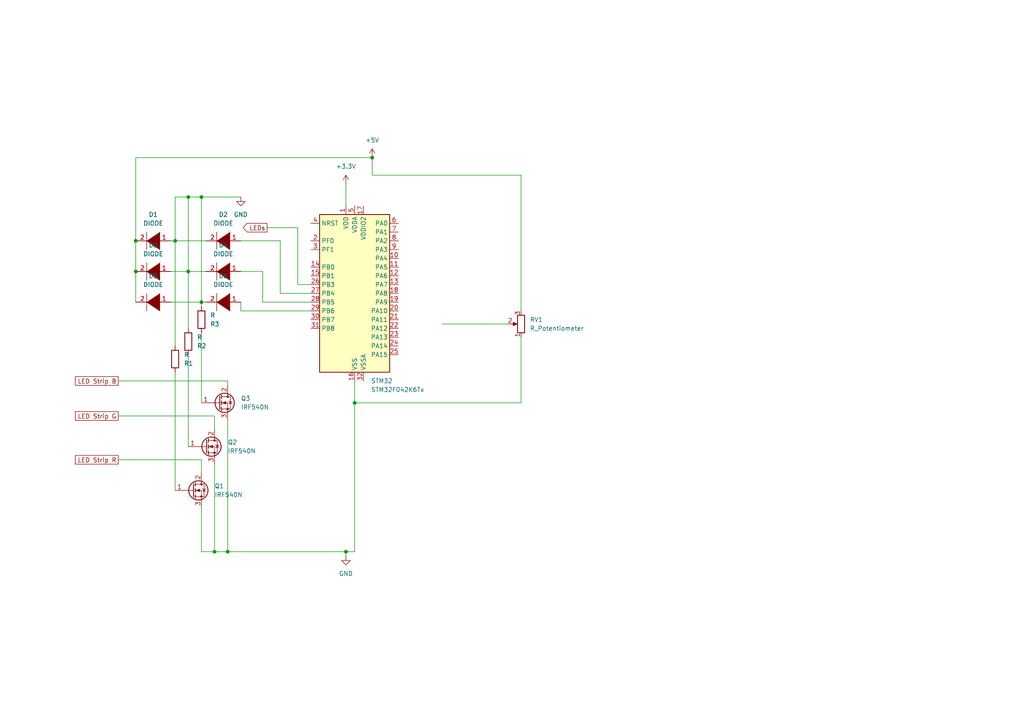
<source format=kicad_sch>
(kicad_sch (version 20230121) (generator eeschema)
  (paper "A4")
  (lib_symbols
    (symbol "Device:R" (pin_numbers hide) (pin_names (offset 0))
      (property "Reference" "R" (at 2.032 0 90))
      (property "Value" "R" (at 0 0 90))
      (symbol "R_0_1"
        (rectangle (start -1.016 -2.54) (end 1.016 2.54) (stroke (width 0.254)))
      )
      (symbol "R_1_1"
        (pin passive line (at 0 3.81 270) (length 1.27) (name "~") (number "1"))
        (pin passive line (at 0 -3.81 90) (length 1.27) (name "~") (number "2"))
      )
    )
    (symbol "Device:R_Potentiometer" (pin_names (offset 1.016) hide)
      (property "Reference" "RV" (at -4.445 0 90))
      (property "Value" "R_Potentiometer" (at -2.54 0 90))
      (symbol "R_Potentiometer_0_1"
        (polyline (pts (xy 2.54 0) (xy 1.524 0)))
        (polyline (pts (xy 1.143 0) (xy 2.286 0.508) (xy 2.286 -0.508) (xy 1.143 0)) (fill (type outline)))
        (rectangle (start 1.016 2.54) (end -1.016 -2.54) (stroke (width 0.254)))
      )
      (symbol "R_Potentiometer_1_1"
        (pin passive line (at 0 3.81 270) (length 1.27) (name "1") (number "1"))
        (pin passive line (at 3.81 0 180) (length 1.27) (name "2") (number "2"))
        (pin passive line (at 0 -3.81 90) (length 1.27) (name "3") (number "3"))
      )
    )
    (symbol "MCU_ST_STM32F0:STM32F042K6Tx"
      (property "Reference" "U" (at -10.16 24.13 0))
      (property "Value" "STM32F042K6Tx" (at 5.08 24.13 0))
      (symbol "STM32F042K6Tx_0_1"
        (rectangle (start -10.16 -22.86) (end 10.16 22.86) (stroke (width 0.254)) (fill (type background)))
      )
      (symbol "STM32F042K6Tx_1_1"
        (pin power_in line (at -2.54 25.4 270) (length 2.54) (name "VDD") (number "1"))
        (pin bidirectional line (at 12.7 10.16 180) (length 2.54) (name "PA4") (number "10"))
        (pin bidirectional line (at 12.7 7.62 180) (length 2.54) (name "PA5") (number "11"))
        (pin bidirectional line (at 12.7 5.08 180) (length 2.54) (name "PA6") (number "12"))
        (pin bidirectional line (at 12.7 2.54 180) (length 2.54) (name "PA7") (number "13"))
        (pin bidirectional line (at -12.7 7.62 0) (length 2.54) (name "PB0") (number "14"))
        (pin bidirectional line (at -12.7 5.08 0) (length 2.54) (name "PB1") (number "15"))
        (pin power_in line (at 0 -25.4 90) (length 2.54) (name "VSS") (number "16"))
        (pin power_in line (at 2.54 25.4 270) (length 2.54) (name "VDDIO2") (number "17"))
        (pin bidirectional line (at 12.7 0 180) (length 2.54) (name "PA8") (number "18"))
        (pin bidirectional line (at 12.7 -2.54 180) (length 2.54) (name "PA9") (number "19"))
        (pin bidirectional line (at -12.7 15.24 0) (length 2.54) (name "PF0") (number "2"))
        (pin bidirectional line (at 12.7 -5.08 180) (length 2.54) (name "PA10") (number "20"))
        (pin bidirectional line (at 12.7 -7.62 180) (length 2.54) (name "PA11") (number "21"))
        (pin bidirectional line (at 12.7 -10.16 180) (length 2.54) (name "PA12") (number "22"))
        (pin bidirectional line (at 12.7 -12.7 180) (length 2.54) (name "PA13") (number "23"))
        (pin bidirectional line (at 12.7 -15.24 180) (length 2.54) (name "PA14") (number "24"))
        (pin bidirectional line (at 12.7 -17.78 180) (length 2.54) (name "PA15") (number "25"))
        (pin bidirectional line (at -12.7 2.54 0) (length 2.54) (name "PB3") (number "26"))
        (pin bidirectional line (at -12.7 0 0) (length 2.54) (name "PB4") (number "27"))
        (pin bidirectional line (at -12.7 -2.54 0) (length 2.54) (name "PB5") (number "28"))
        (pin bidirectional line (at -12.7 -5.08 0) (length 2.54) (name "PB6") (number "29"))
        (pin bidirectional line (at -12.7 12.7 0) (length 2.54) (name "PF1") (number "3"))
        (pin bidirectional line (at -12.7 -7.62 0) (length 2.54) (name "PB7") (number "30"))
        (pin bidirectional line (at -12.7 -10.16 0) (length 2.54) (name "PB8") (number "31"))
        (pin power_in line (at 2.54 -25.4 90) (length 2.54) (name "VSSA") (number "32"))
        (pin input line (at -12.7 20.32 0) (length 2.54) (name "NRST") (number "4"))
        (pin power_in line (at 0 25.4 270) (length 2.54) (name "VDDA") (number "5"))
        (pin bidirectional line (at 12.7 20.32 180) (length 2.54) (name "PA0") (number "6"))
        (pin bidirectional line (at 12.7 17.78 180) (length 2.54) (name "PA1") (number "7"))
        (pin bidirectional line (at 12.7 15.24 180) (length 2.54) (name "PA2") (number "8"))
        (pin bidirectional line (at 12.7 12.7 180) (length 2.54) (name "PA3") (number "9"))
      )
    )
    (symbol "Transistor_FET:IRF540N" (pin_names hide)
      (property "Reference" "Q" (at 6.35 1.905 0))
      (property "Value" "IRF540N" (at 6.35 0 0))
      (symbol "IRF540N_0_1"
        (polyline (pts (xy 0.254 0) (xy -2.54 0)))
        (polyline (pts (xy 0.254 1.905) (xy 0.254 -1.905)) (stroke (width 0.254)))
        (polyline (pts (xy 0.762 -1.27) (xy 0.762 -2.286)) (stroke (width 0.254)))
        (polyline (pts (xy 0.762 0.508) (xy 0.762 -0.508)) (stroke (width 0.254)))
        (polyline (pts (xy 0.762 2.286) (xy 0.762 1.27)) (stroke (width 0.254)))
        (polyline (pts (xy 2.54 2.54) (xy 2.54 1.778)))
        (polyline (pts (xy 2.54 -2.54) (xy 2.54 0) (xy 0.762 0)))
        (polyline (pts (xy 0.762 -1.778) (xy 3.302 -1.778) (xy 3.302 1.778) (xy 0.762 1.778)))
        (polyline (pts (xy 1.016 0) (xy 2.032 0.381) (xy 2.032 -0.381) (xy 1.016 0)) (fill (type outline)))
        (polyline (pts (xy 2.794 0.508) (xy 2.921 0.381) (xy 3.683 0.381) (xy 3.81 0.254)))
        (polyline (pts (xy 3.302 0.381) (xy 2.921 -0.254) (xy 3.683 -0.254) (xy 3.302 0.381)))
        (circle (center 1.651 0) (radius 2.794) (stroke (width 0.254)))
        (circle (center 2.54 -1.778) (radius 0.254) (fill (type outline)))
        (circle (center 2.54 1.778) (radius 0.254) (fill (type outline)))
      )
      (symbol "IRF540N_1_1"
        (pin input line (at -5.08 0 0) (length 2.54) (name "G") (number "1"))
        (pin passive line (at 2.54 5.08 270) (length 2.54) (name "D") (number "2"))
        (pin passive line (at 2.54 -5.08 90) (length 2.54) (name "S") (number "3"))
      )
    )
    (symbol "power:+3.3V" (power) (pin_names (offset 0))
      (property "Value" "+3.3V" (at 0 3.556 0))
      (symbol "+3.3V_0_1"
        (polyline (pts (xy -0.762 1.27) (xy 0 2.54)))
        (polyline (pts (xy 0 0) (xy 0 2.54)))
        (polyline (pts (xy 0 2.54) (xy 0.762 1.27)))
      )
      (symbol "+3.3V_1_1"
        (pin power_in line (at 0 0 90) (length 0) hide (name "+3.3V") (number "1"))
      )
    )
    (symbol "power:+5V" (power) (pin_names (offset 0))
      (property "Value" "+5V" (at 0 3.556 0))
      (symbol "+5V_0_1"
        (polyline (pts (xy -0.762 1.27) (xy 0 2.54)))
        (polyline (pts (xy 0 0) (xy 0 2.54)))
        (polyline (pts (xy 0 2.54) (xy 0.762 1.27)))
      )
      (symbol "+5V_1_1"
        (pin power_in line (at 0 0 90) (length 0) hide (name "+5V") (number "1"))
      )
    )
    (symbol "power:GND" (power) (pin_names (offset 0))
      (property "Value" "GND" (at 0 -3.81 0))
      (symbol "GND_0_1"
        (polyline (pts (xy 0 0) (xy 0 -1.27) (xy 1.27 -1.27) (xy 0 -2.54) (xy -1.27 -1.27) (xy 0 -1.27)))
      )
      (symbol "GND_1_1"
        (pin power_in line (at 0 0 270) (length 0) hide (name "GND") (number "1"))
      )
    )
    (symbol "pspice:DIODE" (pin_names (offset 1.016) hide)
      (property "Reference" "D" (at 0 3.81 0))
      (property "Value" "DIODE" (at 0 -4.445 0))
      (symbol "DIODE_0_1"
        (polyline (pts (xy 1.905 2.54) (xy 1.905 -2.54)))
        (polyline (pts (xy -1.905 2.54) (xy -1.905 -2.54) (xy 1.905 0)) (fill (type outline)))
      )
      (symbol "DIODE_1_1"
        (pin input line (at -5.08 0 0) (length 3.81) (name "K") (number "1"))
        (pin input line (at 5.08 0 180) (length 3.81) (name "A") (number "2"))
      )
    )
  )
  (junction (at 39.37 78.74))
  (junction (at 39.37 69.85))
  (junction (at 107.95 45.72))
  (junction (at 50.8 69.85))
  (junction (at 100.33 160.02))
  (junction (at 66.04 160.02))
  (junction (at 102.87 116.84))
  (junction (at 58.42 57.15))
  (junction (at 58.42 87.63))
  (junction (at 54.61 57.15))
  (junction (at 62.23 160.02))
  (junction (at 54.61 78.74))
  (wire (pts (xy 102.87 116.84) (xy 151.13 116.84)))
  (wire (pts (xy 81.28 85.09) (xy 90.17 85.09)))
  (wire (pts (xy 50.8 69.85) (xy 50.8 57.15)))
  (wire (pts (xy 49.53 78.74) (xy 54.61 78.74)))
  (wire (pts (xy 107.95 45.72) (xy 107.95 50.8)))
  (wire (pts (xy 39.37 45.72) (xy 107.95 45.72)))
  (wire (pts (xy 34.29 110.49) (xy 66.04 110.49)))
  (wire (pts (xy 81.28 69.85) (xy 81.28 85.09)))
  (wire (pts (xy 50.8 107.95) (xy 50.8 142.24)))
  (wire (pts (xy 77.47 66.04) (xy 86.36 66.04)))
  (wire (pts (xy 66.04 160.02) (xy 100.33 160.02)))
  (wire (pts (xy 50.8 69.85) (xy 59.69 69.85)))
  (wire (pts (xy 86.36 82.55) (xy 90.17 82.55)))
  (wire (pts (xy 76.2 78.74) (xy 76.2 87.63)))
  (wire (pts (xy 69.85 87.63) (xy 69.85 90.17)))
  (wire (pts (xy 54.61 78.74) (xy 54.61 95.25)))
  (wire (pts (xy 128.27 93.98) (xy 147.32 93.98)))
  (wire (pts (xy 102.87 116.84) (xy 102.87 160.02)))
  (wire (pts (xy 34.29 133.35) (xy 58.42 133.35)))
  (wire (pts (xy 58.42 87.63) (xy 58.42 88.9)))
  (wire (pts (xy 151.13 116.84) (xy 151.13 97.79)))
  (wire (pts (xy 58.42 133.35) (xy 58.42 137.16)))
  (wire (pts (xy 86.36 66.04) (xy 86.36 82.55)))
  (wire (pts (xy 62.23 160.02) (xy 66.04 160.02)))
  (wire (pts (xy 69.85 57.15) (xy 58.42 57.15)))
  (wire (pts (xy 69.85 78.74) (xy 76.2 78.74)))
  (wire (pts (xy 50.8 69.85) (xy 50.8 100.33)))
  (wire (pts (xy 69.85 90.17) (xy 90.17 90.17)))
  (wire (pts (xy 107.95 50.8) (xy 151.13 50.8)))
  (wire (pts (xy 58.42 147.32) (xy 58.42 160.02)))
  (wire (pts (xy 102.87 110.49) (xy 102.87 116.84)))
  (wire (pts (xy 69.85 69.85) (xy 81.28 69.85)))
  (wire (pts (xy 49.53 87.63) (xy 58.42 87.63)))
  (wire (pts (xy 151.13 50.8) (xy 151.13 90.17)))
  (wire (pts (xy 58.42 96.52) (xy 58.42 116.84)))
  (wire (pts (xy 58.42 57.15) (xy 58.42 87.63)))
  (wire (pts (xy 62.23 134.62) (xy 62.23 160.02)))
  (wire (pts (xy 76.2 87.63) (xy 90.17 87.63)))
  (wire (pts (xy 66.04 121.92) (xy 66.04 160.02)))
  (wire (pts (xy 62.23 120.65) (xy 62.23 124.46)))
  (wire (pts (xy 54.61 102.87) (xy 54.61 129.54)))
  (wire (pts (xy 39.37 87.63) (xy 39.37 78.74)))
  (wire (pts (xy 100.33 160.02) (xy 100.33 161.29)))
  (wire (pts (xy 100.33 53.34) (xy 100.33 59.69)))
  (wire (pts (xy 54.61 78.74) (xy 54.61 57.15)))
  (wire (pts (xy 54.61 78.74) (xy 59.69 78.74)))
  (wire (pts (xy 100.33 160.02) (xy 102.87 160.02)))
  (wire (pts (xy 39.37 78.74) (xy 39.37 69.85)))
  (wire (pts (xy 50.8 57.15) (xy 54.61 57.15)))
  (wire (pts (xy 58.42 87.63) (xy 59.69 87.63)))
  (wire (pts (xy 54.61 57.15) (xy 58.42 57.15)))
  (wire (pts (xy 34.29 120.65) (xy 62.23 120.65)))
  (wire (pts (xy 39.37 69.85) (xy 39.37 45.72)))
  (wire (pts (xy 58.42 160.02) (xy 62.23 160.02)))
  (wire (pts (xy 66.04 110.49) (xy 66.04 111.76)))
  (wire (pts (xy 49.53 69.85) (xy 50.8 69.85)))
  (global_label "LED Strip B" (shape passive) (at 34.29 110.49 180) (property "Intersheetrefs" "${INTERSHEET_REFS}" (effects hide)) (property "Références Inter-Feuilles" "${INTERSHEET_REFS}" (effects hide)))
  (global_label "LED Strip G" (shape passive) (at 34.29 120.65 180) (property "Intersheetrefs" "${INTERSHEET_REFS}" (effects hide)) (property "Références Inter-Feuilles" "${INTERSHEET_REFS}" (effects hide)))
  (global_label "LEDs" (shape output) (at 77.47 66.04 180) (property "Intersheetrefs" "${INTERSHEET_REFS}" (effects hide)) (property "Références Inter-Feuilles" "${INTERSHEET_REFS}" (effects hide)))
  (global_label "LED Strip R" (shape passive) (at 34.29 133.35 180) (property "Intersheetrefs" "${INTERSHEET_REFS}" (effects hide)) (property "Références Inter-Feuilles" "${INTERSHEET_REFS}" (effects hide)))
  (symbol (lib_id "Device:R") (at 58.42 92.71 0) (mirror x) (unit 1)
    (property "Reference" "R3" (at 60.96 93.9801 0) (effects (justify left)))
    (property "Value" "R" (at 60.96 91.4401 0) (effects (justify left)))
  )
  (symbol (lib_id "Device:R") (at 50.8 104.14 0) (mirror x) (unit 1)
    (property "Reference" "R1" (at 53.34 105.4101 0) (effects (justify left)))
    (property "Value" "R" (at 53.34 102.8701 0) (effects (justify left)))
  )
  (symbol (lib_id "Transistor_FET:IRF540N") (at 55.88 142.24 0) (unit 1)
    (property "Reference" "Q1" (at 62.23 140.9699 0) (effects (justify left)))
    (property "Value" "IRF540N" (at 62.23 143.5099 0) (effects (justify left)))
    (property "Footprint" "Package_TO_SOT_THT:TO-220-3_Vertical" (effects hide))
    (property "Datasheet" "http://www.irf.com/product-info/datasheets/data/irf540n.pdf" (effects hide))
  )
  (symbol (lib_id "pspice:DIODE") (at 64.77 87.63 0) (mirror y) (unit 1)
    (property "Reference" "D6" (at 64.77 80.01 0))
    (property "Value" "DIODE" (at 64.77 82.55 0))
  )
  (symbol (lib_id "Device:R") (at 54.61 99.06 0) (mirror x) (unit 1)
    (property "Reference" "R2" (at 57.15 100.3301 0) (effects (justify left)))
    (property "Value" "R" (at 57.15 97.7901 0) (effects (justify left)))
  )
  (symbol (lib_id "pspice:DIODE") (at 64.77 69.85 0) (mirror y) (unit 1)
    (property "Reference" "D2" (at 64.77 62.23 0))
    (property "Value" "DIODE" (at 64.77 64.77 0))
    (property "Footprint" "Module:Arduino_Nano" (effects hide))
  )
  (symbol (lib_id "pspice:DIODE") (at 64.77 78.74 0) (mirror y) (unit 1)
    (property "Reference" "D4" (at 64.77 71.12 0))
    (property "Value" "DIODE" (at 64.77 73.66 0))
  )
  (symbol (lib_id "power:GND") (at 69.85 57.15 0) (unit 1)
    (property "Reference" "#PWR0101" (effects hide))
    (property "Value" "GND" (at 69.85 62.23 0))
  )
  (symbol (lib_id "pspice:DIODE") (at 44.45 87.63 0) (mirror y) (unit 1)
    (property "Reference" "D5" (at 44.45 80.01 0))
    (property "Value" "DIODE" (at 44.45 82.55 0))
  )
  (symbol (lib_id "power:+5V") (at 107.95 45.72 0) (unit 1)
    (property "Reference" "#PWR01" (effects hide))
    (property "Value" "+5V" (at 107.95 40.64 0))
  )
  (symbol (lib_id "MCU_ST_STM32F0:STM32F042K6Tx") (at 102.87 85.09 0) (unit 1)
    (property "Reference" "STM32" (at 107.6041 110.49 0) (effects (justify left)))
    (property "Value" "STM32F042K6Tx" (at 107.6041 113.03 0) (effects (justify left)))
    (property "Footprint" "Package_QFP:LQFP-32_7x7mm_P0.8mm" (effects hide))
    (property "Datasheet" "https://www.st.com/resource/en/datasheet/stm32f042k6.pdf" (effects hide))
  )
  (symbol (lib_id "pspice:DIODE") (at 44.45 78.74 0) (mirror y) (unit 1)
    (property "Reference" "D3" (at 44.45 71.12 0))
    (property "Value" "DIODE" (at 44.45 73.66 0))
  )
  (symbol (lib_id "pspice:DIODE") (at 44.45 69.85 0) (mirror y) (unit 1)
    (property "Reference" "D1" (at 44.45 62.23 0))
    (property "Value" "DIODE" (at 44.45 64.77 0))
  )
  (symbol (lib_id "power:+3.3V") (at 100.33 53.34 0) (unit 1)
    (property "Reference" "#PWR0102" (effects hide))
    (property "Value" "+3.3V" (at 100.33 48.26 0))
  )
  (symbol (lib_id "Device:R_Potentiometer") (at 151.13 93.98 180) (unit 1)
    (property "Reference" "RV1" (at 153.67 92.7099 0) (effects (justify right)))
    (property "Value" "R_Potentiometer" (at 153.67 95.2499 0) (effects (justify right)))
  )
  (symbol (lib_id "Transistor_FET:IRF540N") (at 63.5 116.84 0) (unit 1)
    (property "Reference" "Q3" (at 69.85 115.5699 0) (effects (justify left)))
    (property "Value" "IRF540N" (at 69.85 118.1099 0) (effects (justify left)))
    (property "Footprint" "Package_TO_SOT_THT:TO-220-3_Vertical" (effects hide))
    (property "Datasheet" "http://www.irf.com/product-info/datasheets/data/irf540n.pdf" (effects hide))
  )
  (symbol (lib_id "power:GND") (at 100.33 161.29 0) (unit 1)
    (property "Reference" "#PWR0103" (effects hide))
    (property "Value" "GND" (at 100.33 166.37 0))
  )
  (symbol (lib_id "Transistor_FET:IRF540N") (at 59.69 129.54 0) (unit 1)
    (property "Reference" "Q2" (at 66.04 128.2699 0) (effects (justify left)))
    (property "Value" "IRF540N" (at 66.04 130.8099 0) (effects (justify left)))
    (property "Footprint" "Package_TO_SOT_THT:TO-220-3_Vertical" (effects hide))
    (property "Datasheet" "http://www.irf.com/product-info/datasheets/data/irf540n.pdf" (effects hide))
  )
)
</source>
